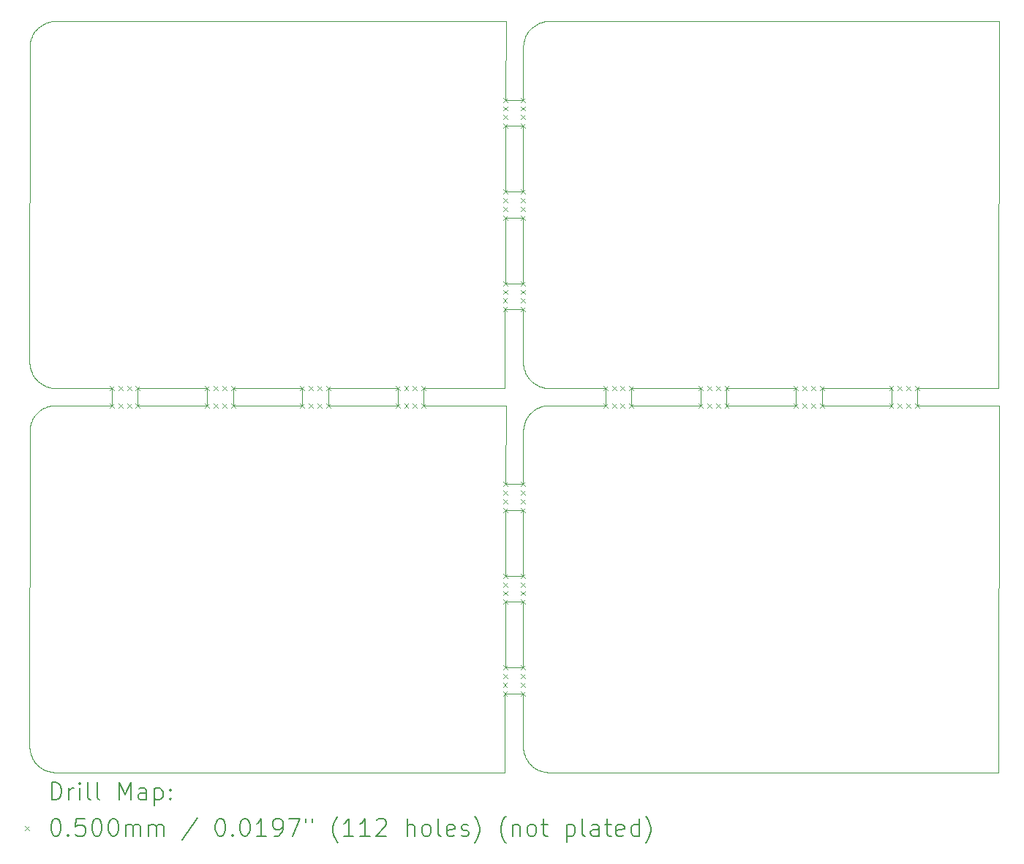
<source format=gbr>
%TF.GenerationSoftware,KiCad,Pcbnew,7.0.9*%
%TF.CreationDate,2024-06-08T21:45:46-04:00*%
%TF.ProjectId,V2 Loop Panel,5632204c-6f6f-4702-9050-616e656c2e6b,rev?*%
%TF.SameCoordinates,Original*%
%TF.FileFunction,Drillmap*%
%TF.FilePolarity,Positive*%
%FSLAX45Y45*%
G04 Gerber Fmt 4.5, Leading zero omitted, Abs format (unit mm)*
G04 Created by KiCad (PCBNEW 7.0.9) date 2024-06-08 21:45:46*
%MOMM*%
%LPD*%
G01*
G04 APERTURE LIST*
%ADD10C,0.100000*%
%ADD11C,0.200000*%
G04 APERTURE END LIST*
D10*
X9256455Y-6057883D02*
X9262486Y-6072444D01*
X14850100Y-7663800D02*
X14950780Y-7663800D01*
X9304356Y-2111204D02*
X9294795Y-2123664D01*
X15251040Y-10702080D02*
X20451040Y-10701040D01*
X20463540Y-6451040D02*
X19510832Y-6451040D01*
X14983738Y-6614843D02*
X14976976Y-6629019D01*
X15114842Y-2032698D02*
X15101040Y-2040192D01*
X14850100Y-2912760D02*
X14849900Y-2912760D01*
X15235284Y-10701667D02*
X15251040Y-10702080D01*
X9490407Y-10698373D02*
X9506033Y-10700431D01*
X14849900Y-9489320D02*
X14741064Y-9489320D01*
X15902708Y-6250909D02*
X15902708Y-6350990D01*
X15062244Y-6517896D02*
X15050300Y-6528096D01*
X15028096Y-2099261D02*
X15017896Y-2111204D01*
X18108124Y-6350990D02*
X18108124Y-6351190D01*
X9348050Y-10634992D02*
X9360553Y-10644586D01*
X14951040Y-6751040D02*
X14950865Y-7363800D01*
X12394584Y-6451040D02*
X11591876Y-6451040D01*
X9444474Y-6236306D02*
X9459585Y-6240782D01*
X9238109Y-10432507D02*
X9240167Y-10448133D01*
X14969995Y-10508923D02*
X14976026Y-10523484D01*
X9324633Y-10613907D02*
X9336065Y-10624756D01*
X14950562Y-8426560D02*
X14850100Y-8426560D01*
X9303548Y-6139450D02*
X9313784Y-6151435D01*
X9251194Y-10494066D02*
X9256455Y-10508923D01*
X14998566Y-10564998D02*
X15007493Y-10577987D01*
X11591876Y-6350990D02*
X11591876Y-6250629D01*
X14998566Y-6113958D02*
X15007493Y-6126947D01*
X9285899Y-2136608D02*
X9277692Y-2150000D01*
X14991232Y-2150000D02*
X14983738Y-2163803D01*
X9270198Y-6614843D02*
X9263436Y-6629019D01*
X14746433Y-7663800D02*
X14849900Y-7663800D01*
X15143529Y-2019926D02*
X15129019Y-2025936D01*
X14741064Y-9489320D02*
X14743307Y-8726560D01*
X10189168Y-6451040D02*
X9537500Y-6451040D01*
X9276792Y-10551560D02*
X9285027Y-10564998D01*
X13497292Y-6351190D02*
X13497292Y-6451040D01*
X17305416Y-6350990D02*
X17305416Y-6250629D01*
X9336761Y-2077056D02*
X9325368Y-2087868D01*
X15114370Y-6218228D02*
X15128596Y-6225013D01*
X15173125Y-6240782D02*
X15188450Y-6244461D01*
X17305416Y-6351190D02*
X17305416Y-6350990D01*
X14954733Y-6704109D02*
X14952683Y-6719681D01*
X9237500Y-2300000D02*
X9236460Y-5950000D01*
X9537500Y-2000000D02*
X9521799Y-2000411D01*
X11291876Y-6350990D02*
X11291876Y-6351190D01*
X14954733Y-2253070D02*
X14952683Y-2268641D01*
X14961262Y-2222354D02*
X14957595Y-2237626D01*
X13797292Y-6250188D02*
X14737500Y-6250000D01*
X15017088Y-6139450D02*
X15027324Y-6151435D01*
X9348704Y-6517896D02*
X9336761Y-6528096D01*
X14850100Y-7363800D02*
X14849900Y-7363800D01*
X15074093Y-10644586D02*
X15087082Y-10653513D01*
X14737500Y-6250000D02*
X14740182Y-5338280D01*
X15902708Y-6451040D02*
X15251040Y-6451040D01*
X15219572Y-6249391D02*
X15235284Y-6250627D01*
X9537500Y-6251040D02*
X10189168Y-6250909D01*
X14950412Y-10416795D02*
X14951649Y-10432507D01*
X14956578Y-6012590D02*
X14960258Y-6027915D01*
X9490570Y-6454733D02*
X9475126Y-6457595D01*
X15188666Y-6457595D02*
X15173394Y-6461262D01*
X13797292Y-6351190D02*
X13797292Y-6350990D01*
X16202708Y-6451040D02*
X16202708Y-6351190D01*
X14951451Y-6735339D02*
X14951040Y-6751040D01*
X14953706Y-5997093D02*
X14956578Y-6012590D01*
X14747315Y-2912760D02*
X14750000Y-2000000D01*
X15087648Y-6499439D02*
X15074704Y-6508335D01*
X9475126Y-6457595D02*
X9459854Y-6461262D01*
X9360553Y-6193546D02*
X9373542Y-6202473D01*
X14964734Y-10494066D02*
X14969995Y-10508923D01*
X15038908Y-6538908D02*
X15028096Y-6550301D01*
X9262486Y-10523484D02*
X9269272Y-10537709D01*
X9236873Y-5965755D02*
X9238109Y-5981467D01*
X15101040Y-6491232D02*
X15087648Y-6499439D01*
X9247722Y-2222354D02*
X9244056Y-2237626D01*
X14849900Y-9789320D02*
X14850100Y-9789320D01*
X14849900Y-3975520D02*
X14744190Y-3975520D01*
X14750000Y-6451040D02*
X13797292Y-6451040D01*
X9537500Y-10702080D02*
X14737500Y-10701040D01*
X9415479Y-2025936D02*
X9401303Y-2032698D01*
X12394584Y-6250468D02*
X12394584Y-6350990D01*
X14951451Y-2284299D02*
X14951040Y-2300000D01*
X9459854Y-2010222D02*
X9444795Y-2014683D01*
X14744190Y-8426560D02*
X14746433Y-7663800D01*
X9474910Y-6244461D02*
X9490407Y-6247333D01*
X9400831Y-10669268D02*
X9415056Y-10676053D01*
X14970965Y-6643529D02*
X14965723Y-6658335D01*
X13497292Y-6250248D02*
X13497292Y-6350990D01*
X14740182Y-5338280D02*
X14849900Y-5338280D01*
X12394584Y-6351190D02*
X12394584Y-6451040D01*
X15188450Y-6244461D02*
X15203947Y-6247333D01*
X15143529Y-6470966D02*
X15129019Y-6476976D01*
X15128596Y-10676053D02*
X15143157Y-10682085D01*
X14950260Y-5038280D02*
X14850100Y-5038280D01*
X14976976Y-2177979D02*
X14970965Y-2192490D01*
X15062244Y-2066856D02*
X15050300Y-2077056D01*
X9303548Y-10590490D02*
X9313784Y-10602475D01*
X14950000Y-10401040D02*
X14950412Y-10416795D01*
X15007493Y-10577987D02*
X15017088Y-10590490D01*
X14950260Y-9489320D02*
X14850100Y-9489320D01*
X9506033Y-6249391D02*
X9521745Y-6250627D01*
X9374108Y-2048399D02*
X9361164Y-2057295D01*
X9324633Y-6162867D02*
X9336065Y-6173716D01*
X9387500Y-2040192D02*
X9374108Y-2048399D01*
X10489168Y-6350990D02*
X10489168Y-6250849D01*
X9251194Y-6043026D02*
X9256455Y-6057883D01*
X9348050Y-6183952D02*
X9360553Y-6193546D01*
X9241193Y-2253070D02*
X9239143Y-2268641D01*
X9444474Y-10687346D02*
X9459585Y-10691822D01*
X14850100Y-8426560D02*
X14849900Y-8426560D01*
X15027324Y-10602475D02*
X15038172Y-10613907D01*
X18408124Y-6350990D02*
X18408124Y-6250408D01*
X15203947Y-10698373D02*
X15219572Y-10700431D01*
X9293954Y-6126947D02*
X9303548Y-6139450D01*
X14950865Y-7363800D02*
X14850100Y-7363800D01*
X12694584Y-6250408D02*
X13497292Y-6250248D01*
X9257426Y-2192490D02*
X9252183Y-2207295D01*
X9373542Y-10653513D02*
X9386980Y-10661748D01*
X19210832Y-6351190D02*
X19210832Y-6451040D01*
X9313784Y-6151435D02*
X9324633Y-6162867D01*
X18408124Y-6451040D02*
X18408124Y-6351190D01*
X14970965Y-2192490D02*
X14965723Y-2207295D01*
X14950412Y-5965755D02*
X14951649Y-5981467D01*
X9415056Y-10676053D02*
X9429617Y-10682085D01*
X15050300Y-6528096D02*
X15038908Y-6538908D01*
X15049605Y-10624756D02*
X15061589Y-10634992D01*
X15251040Y-2000000D02*
X15235339Y-2000411D01*
X15902708Y-6351190D02*
X15902708Y-6451040D01*
X15251040Y-6251040D02*
X15902708Y-6250909D01*
X9313784Y-10602475D02*
X9324633Y-10613907D01*
X9429617Y-6231045D02*
X9444474Y-6236306D01*
X9459585Y-6240782D02*
X9474910Y-6244461D01*
X20451040Y-10701040D02*
X20463540Y-6451040D01*
X14950780Y-7663800D02*
X14950562Y-8426560D01*
X12694584Y-6451040D02*
X12694584Y-6351190D01*
X15038172Y-10613907D02*
X15049605Y-10624756D01*
X14990332Y-10551560D02*
X14998566Y-10564998D01*
X19510832Y-6351190D02*
X19510832Y-6350990D01*
X14990332Y-6100520D02*
X14998566Y-6113958D01*
X15219681Y-6452683D02*
X15204109Y-6454733D01*
X15188450Y-10695501D02*
X15203947Y-10698373D01*
X11291876Y-6451040D02*
X10489168Y-6451040D01*
X15017896Y-2111204D02*
X15008335Y-2123664D01*
X9252183Y-6658335D02*
X9247722Y-6673394D01*
X15074704Y-2057295D02*
X15062244Y-2066856D01*
X15902708Y-6350990D02*
X15902708Y-6351190D01*
X10489168Y-6250849D02*
X11291876Y-6250689D01*
X9269272Y-10537709D02*
X9276792Y-10551560D01*
X14746433Y-3212760D02*
X14849900Y-3212760D01*
X15128596Y-6225013D02*
X15143157Y-6231045D01*
X18108124Y-6451040D02*
X17305416Y-6451040D01*
X9360553Y-10644586D02*
X9373542Y-10653513D01*
X15129019Y-6476976D02*
X15114842Y-6483738D01*
X18108124Y-6351190D02*
X18108124Y-6451040D01*
X14950174Y-5338280D02*
X14950000Y-5950000D01*
X14953706Y-10448133D02*
X14956578Y-10463630D01*
X9252183Y-2207295D02*
X9247722Y-2222354D01*
X14850100Y-9789320D02*
X14950174Y-9789320D01*
X14969995Y-6057883D02*
X14976026Y-6072444D01*
X15027324Y-6151435D02*
X15038172Y-6162867D01*
X9237500Y-6751040D02*
X9236460Y-10401040D01*
X19510832Y-6451040D02*
X19510832Y-6351190D01*
X12694584Y-6350990D02*
X12694584Y-6250408D01*
X16202708Y-6350990D02*
X16202708Y-6250849D01*
X9277692Y-6601040D02*
X9270198Y-6614843D01*
X15087082Y-6202473D02*
X15100520Y-6210708D01*
X9270198Y-2163803D02*
X9263436Y-2177979D01*
X9294795Y-6574704D02*
X9285899Y-6587648D01*
X10189168Y-6351190D02*
X10189168Y-6451040D01*
X13797292Y-6350990D02*
X13797292Y-6250188D01*
X9263436Y-6629019D02*
X9257426Y-6643529D01*
X9374108Y-6499439D02*
X9361164Y-6508335D01*
X14850100Y-3975520D02*
X14849900Y-3975520D01*
X14849900Y-7663800D02*
X14850100Y-7663800D01*
X9246718Y-6027915D02*
X9251194Y-6043026D01*
X14951649Y-10432507D02*
X14953706Y-10448133D01*
X15017088Y-10590490D02*
X15027324Y-10602475D01*
X9240167Y-10448133D02*
X9243039Y-10463630D01*
X9429990Y-2019926D02*
X9415479Y-2025936D01*
X9506141Y-2001643D02*
X9490570Y-2003693D01*
X15074704Y-6508335D02*
X15062244Y-6517896D01*
X9387500Y-6491232D02*
X9374108Y-6499439D01*
X14743307Y-4275520D02*
X14849900Y-4275520D01*
X9314556Y-6550301D02*
X9304356Y-6562244D01*
X14976026Y-10523484D02*
X14982811Y-10537709D01*
X15251040Y-6451040D02*
X15235339Y-6451451D01*
X11591876Y-6351190D02*
X11591876Y-6350990D01*
X17305416Y-6451040D02*
X17305416Y-6351190D01*
X15050300Y-2077056D02*
X15038908Y-2087868D01*
X9429990Y-6470966D02*
X9415479Y-6476976D01*
X14747315Y-7363800D02*
X14750000Y-6451040D01*
X14951649Y-5981467D02*
X14953706Y-5997093D01*
X15204109Y-2003693D02*
X15188666Y-2006556D01*
X14850100Y-4275520D02*
X14950477Y-4275520D01*
X9361164Y-6508335D02*
X9348704Y-6517896D01*
X9244056Y-6688666D02*
X9241193Y-6704109D01*
X15173394Y-2010222D02*
X15158335Y-2014683D01*
X15114842Y-6483738D02*
X15101040Y-6491232D01*
X15219572Y-10700431D02*
X15235284Y-10701667D01*
X11291876Y-6250689D02*
X11291876Y-6350990D01*
X9236460Y-5950000D02*
X9236873Y-5965755D01*
X9386980Y-6210708D02*
X9400831Y-6218228D01*
X9247722Y-6673394D02*
X9244056Y-6688666D01*
X15173394Y-6461262D02*
X15158335Y-6465723D01*
X9490570Y-2003693D02*
X9475126Y-2006556D01*
X10489168Y-6451040D02*
X10489168Y-6351190D01*
X15203947Y-6247333D02*
X15219572Y-6249391D01*
X14951040Y-2300000D02*
X14950865Y-2912760D01*
X20463540Y-2000000D02*
X15251040Y-2000000D01*
X14965723Y-2207295D02*
X14961262Y-2222354D01*
X15038172Y-6162867D02*
X15049605Y-6173716D01*
X15017896Y-6562244D02*
X15008335Y-6574704D01*
X14999438Y-6587648D02*
X14991232Y-6601040D01*
X16202708Y-6250849D02*
X17005416Y-6250689D01*
X14950174Y-9789320D02*
X14950000Y-10401040D01*
X9401303Y-6483738D02*
X9387500Y-6491232D01*
X14956578Y-10463630D02*
X14960258Y-10478955D01*
X10189168Y-6250909D02*
X10189168Y-6350990D01*
X14849900Y-3212760D02*
X14850100Y-3212760D01*
X14960258Y-10478955D02*
X14964734Y-10494066D01*
X12694584Y-6351190D02*
X12694584Y-6350990D01*
X19210832Y-6451040D02*
X18408124Y-6451040D01*
X15049605Y-6173716D02*
X15061589Y-6183952D01*
X9257426Y-6643529D02*
X9252183Y-6658335D01*
X9336065Y-6173716D02*
X9348050Y-6183952D01*
X18408124Y-6250408D02*
X19210832Y-6250248D01*
X17005416Y-6250689D02*
X17005416Y-6350990D01*
X18408124Y-6351190D02*
X18408124Y-6350990D01*
X14850100Y-9489320D02*
X14849900Y-9489320D01*
X14741064Y-5038280D02*
X14743307Y-4275520D01*
X9285027Y-6113958D02*
X9293954Y-6126947D01*
X13497292Y-6451040D02*
X12694584Y-6451040D01*
X14982811Y-10537709D02*
X14990332Y-10551560D01*
X15219681Y-2001643D02*
X15204109Y-2003693D01*
X14850100Y-5338280D02*
X14950174Y-5338280D01*
X9415479Y-6476976D02*
X9401303Y-6483738D01*
X14849900Y-8726560D02*
X14850100Y-8726560D01*
X19510832Y-6250188D02*
X20451040Y-6250000D01*
X15143157Y-10682085D02*
X15158013Y-10687346D01*
X9459585Y-10691822D02*
X9474910Y-10695501D01*
X9429617Y-10682085D02*
X9444474Y-10687346D01*
X9336761Y-6528096D02*
X9325368Y-6538908D01*
X15100520Y-6210708D02*
X15114370Y-6218228D01*
X20451040Y-6250000D02*
X20463540Y-2000000D01*
X14950780Y-3212760D02*
X14950562Y-3975520D01*
X9269272Y-6086669D02*
X9276792Y-6100520D01*
X9521799Y-6451451D02*
X9506141Y-6452683D01*
X15061589Y-6183952D02*
X15074093Y-6193546D01*
X14744190Y-3975520D02*
X14746433Y-3212760D01*
X11591876Y-6250629D02*
X12394584Y-6250468D01*
X9277692Y-2150000D02*
X9270198Y-2163803D01*
X14957595Y-6688666D02*
X14954733Y-6704109D01*
X9240167Y-5997093D02*
X9243039Y-6012590D01*
X9325368Y-2087868D02*
X9314556Y-2099261D01*
X9243039Y-6012590D02*
X9246718Y-6027915D01*
X18108124Y-6250468D02*
X18108124Y-6350990D01*
X9294795Y-2123664D02*
X9285899Y-2136608D01*
X9325368Y-6538908D02*
X9314556Y-6550301D01*
X15173125Y-10691822D02*
X15188450Y-10695501D01*
X14957595Y-2237626D02*
X14954733Y-2253070D01*
X14952683Y-2268641D02*
X14951451Y-2284299D01*
X9336065Y-10624756D02*
X9348050Y-10634992D01*
X9262486Y-6072444D02*
X9269272Y-6086669D01*
X19510832Y-6350990D02*
X19510832Y-6250188D01*
X17005416Y-6451040D02*
X16202708Y-6451040D01*
X15074093Y-6193546D02*
X15087082Y-6202473D01*
X9444795Y-2014683D02*
X9429990Y-2019926D01*
X9239143Y-6719681D02*
X9237911Y-6735339D01*
X15158335Y-2014683D02*
X15143529Y-2019926D01*
X17305416Y-6250629D02*
X18108124Y-6250468D01*
X14850100Y-5038280D02*
X14849900Y-5038280D01*
X9285027Y-10564998D02*
X9293954Y-10577987D01*
X14850100Y-3212760D02*
X14950780Y-3212760D01*
X9444795Y-6465723D02*
X9429990Y-6470966D01*
X19210832Y-6250248D02*
X19210832Y-6350990D01*
X9506141Y-6452683D02*
X9490570Y-6454733D01*
X9386980Y-10661748D02*
X9400831Y-10669268D01*
X15087082Y-10653513D02*
X15100520Y-10661748D01*
X13497292Y-6350990D02*
X13497292Y-6351190D01*
X9276792Y-6100520D02*
X9285027Y-6113958D01*
X14849900Y-7363800D02*
X14747315Y-7363800D01*
X9244056Y-2237626D02*
X9241193Y-2253070D01*
X14960258Y-6027915D02*
X14964734Y-6043026D01*
X9373542Y-6202473D02*
X9386980Y-6210708D01*
X14849900Y-8426560D02*
X14744190Y-8426560D01*
X9415056Y-6225013D02*
X9429617Y-6231045D01*
X9239143Y-2268641D02*
X9237911Y-2284299D01*
X9521745Y-10701667D02*
X9537500Y-10702080D01*
X14849900Y-4275520D02*
X14850100Y-4275520D01*
X9314556Y-2099261D02*
X9304356Y-2111204D01*
X14983738Y-2163803D02*
X14976976Y-2177979D01*
X9293954Y-10577987D02*
X9303548Y-10590490D01*
X14849900Y-5338280D02*
X14850100Y-5338280D01*
X9537500Y-6451040D02*
X9521799Y-6451451D01*
X15235339Y-6451451D02*
X15219681Y-6452683D01*
X9238109Y-5981467D02*
X9240167Y-5997093D01*
X9236460Y-10401040D02*
X9236873Y-10416795D01*
X14849900Y-2912760D02*
X14747315Y-2912760D01*
X9285899Y-6587648D02*
X9277692Y-6601040D01*
X9246718Y-10478955D02*
X9251194Y-10494066D01*
X11291876Y-6351190D02*
X11291876Y-6451040D01*
X14976026Y-6072444D02*
X14982811Y-6086669D01*
X9400831Y-6218228D02*
X9415056Y-6225013D01*
X14976976Y-6629019D02*
X14970965Y-6643529D01*
X14950000Y-5950000D02*
X14950412Y-5965755D01*
X9241193Y-6704109D02*
X9239143Y-6719681D01*
X15008335Y-6574704D02*
X14999438Y-6587648D01*
X14982811Y-6086669D02*
X14990332Y-6100520D01*
X13797292Y-6451040D02*
X13797292Y-6351190D01*
X15158013Y-10687346D02*
X15173125Y-10691822D01*
X10189168Y-6350990D02*
X10189168Y-6351190D01*
X14950477Y-4275520D02*
X14950260Y-5038280D01*
X14950477Y-8726560D02*
X14950260Y-9489320D01*
X9243039Y-10463630D02*
X9246718Y-10478955D01*
X17005416Y-6351190D02*
X17005416Y-6451040D01*
X9475126Y-2006556D02*
X9459854Y-2010222D01*
X9237911Y-6735339D02*
X9237500Y-6751040D01*
X9361164Y-2057295D02*
X9348704Y-2066856D01*
X9401303Y-2032698D02*
X9387500Y-2040192D01*
X14849900Y-5038280D02*
X14741064Y-5038280D01*
X10489168Y-6351190D02*
X10489168Y-6350990D01*
X9263436Y-2177979D02*
X9257426Y-2192490D01*
X14965723Y-6658335D02*
X14961262Y-6673394D01*
X9490407Y-6247333D02*
X9506033Y-6249391D01*
X14991232Y-6601040D02*
X14983738Y-6614843D01*
X15100520Y-10661748D02*
X15114370Y-10669268D01*
X14737500Y-10701040D02*
X14740182Y-9789320D01*
X9459854Y-6461262D02*
X9444795Y-6465723D01*
X12394584Y-6350990D02*
X12394584Y-6351190D01*
X15007493Y-6126947D02*
X15017088Y-6139450D01*
X9304356Y-6562244D02*
X9294795Y-6574704D01*
X9237911Y-2284299D02*
X9237500Y-2300000D01*
X17005416Y-6350990D02*
X17005416Y-6351190D01*
X15188666Y-2006556D02*
X15173394Y-2010222D01*
X19210832Y-6350990D02*
X19210832Y-6351190D01*
X9521745Y-6250627D02*
X9537500Y-6251040D01*
X14999438Y-2136608D02*
X14991232Y-2150000D01*
X15028096Y-6550301D02*
X15017896Y-6562244D01*
X9236873Y-10416795D02*
X9238109Y-10432507D01*
X14743307Y-8726560D02*
X14849900Y-8726560D01*
X9474910Y-10695501D02*
X9490407Y-10698373D01*
X15143157Y-6231045D02*
X15158013Y-6236306D01*
X14950865Y-2912760D02*
X14850100Y-2912760D01*
X11591876Y-6451040D02*
X11591876Y-6351190D01*
X16202708Y-6351190D02*
X16202708Y-6350990D01*
X9256455Y-10508923D02*
X9262486Y-10523484D01*
X9521799Y-2000411D02*
X9506141Y-2001643D01*
X15008335Y-2123664D02*
X14999438Y-2136608D01*
X9348704Y-2066856D02*
X9336761Y-2077056D01*
X15235339Y-2000411D02*
X15219681Y-2001643D01*
X15204109Y-6454733D02*
X15188666Y-6457595D01*
X14961262Y-6673394D02*
X14957595Y-6688666D01*
X15158335Y-6465723D02*
X15143529Y-6470966D01*
X15101040Y-2040192D02*
X15087648Y-2048399D01*
X14740182Y-9789320D02*
X14849900Y-9789320D01*
X15061589Y-10634992D02*
X15074093Y-10644586D01*
X15038908Y-2087868D02*
X15028096Y-2099261D01*
X15114370Y-10669268D02*
X15128596Y-10676053D01*
X14952683Y-6719681D02*
X14951451Y-6735339D01*
X14950562Y-3975520D02*
X14850100Y-3975520D01*
X9506033Y-10700431D02*
X9521745Y-10701667D01*
X14964734Y-6043026D02*
X14969995Y-6057883D01*
X14850100Y-8726560D02*
X14950477Y-8726560D01*
X15235284Y-6250627D02*
X15251040Y-6251040D01*
X15087648Y-2048399D02*
X15074704Y-2057295D01*
X14750000Y-2000000D02*
X9537500Y-2000000D01*
X15129019Y-2025936D02*
X15114842Y-2032698D01*
X15158013Y-6236306D02*
X15173125Y-6240782D01*
D11*
D10*
X10164168Y-6225909D02*
X10214168Y-6275909D01*
X10214168Y-6225909D02*
X10164168Y-6275909D01*
X10164168Y-6426040D02*
X10214168Y-6476040D01*
X10214168Y-6426040D02*
X10164168Y-6476040D01*
X10264168Y-6225889D02*
X10314168Y-6275889D01*
X10314168Y-6225889D02*
X10264168Y-6275889D01*
X10264168Y-6426040D02*
X10314168Y-6476040D01*
X10314168Y-6426040D02*
X10264168Y-6476040D01*
X10364168Y-6225869D02*
X10414168Y-6275869D01*
X10414168Y-6225869D02*
X10364168Y-6275869D01*
X10364168Y-6426040D02*
X10414168Y-6476040D01*
X10414168Y-6426040D02*
X10364168Y-6476040D01*
X10464168Y-6225849D02*
X10514168Y-6275849D01*
X10514168Y-6225849D02*
X10464168Y-6275849D01*
X10464168Y-6426040D02*
X10514168Y-6476040D01*
X10514168Y-6426040D02*
X10464168Y-6476040D01*
X11266876Y-6225689D02*
X11316876Y-6275689D01*
X11316876Y-6225689D02*
X11266876Y-6275689D01*
X11266876Y-6426040D02*
X11316876Y-6476040D01*
X11316876Y-6426040D02*
X11266876Y-6476040D01*
X11366876Y-6225669D02*
X11416876Y-6275669D01*
X11416876Y-6225669D02*
X11366876Y-6275669D01*
X11366876Y-6426040D02*
X11416876Y-6476040D01*
X11416876Y-6426040D02*
X11366876Y-6476040D01*
X11466876Y-6225649D02*
X11516876Y-6275649D01*
X11516876Y-6225649D02*
X11466876Y-6275649D01*
X11466876Y-6426040D02*
X11516876Y-6476040D01*
X11516876Y-6426040D02*
X11466876Y-6476040D01*
X11566876Y-6225629D02*
X11616876Y-6275629D01*
X11616876Y-6225629D02*
X11566876Y-6275629D01*
X11566876Y-6426040D02*
X11616876Y-6476040D01*
X11616876Y-6426040D02*
X11566876Y-6476040D01*
X12369584Y-6225468D02*
X12419584Y-6275468D01*
X12419584Y-6225468D02*
X12369584Y-6275468D01*
X12369584Y-6426040D02*
X12419584Y-6476040D01*
X12419584Y-6426040D02*
X12369584Y-6476040D01*
X12469584Y-6225448D02*
X12519584Y-6275448D01*
X12519584Y-6225448D02*
X12469584Y-6275448D01*
X12469584Y-6426040D02*
X12519584Y-6476040D01*
X12519584Y-6426040D02*
X12469584Y-6476040D01*
X12569584Y-6225428D02*
X12619584Y-6275428D01*
X12619584Y-6225428D02*
X12569584Y-6275428D01*
X12569584Y-6426040D02*
X12619584Y-6476040D01*
X12619584Y-6426040D02*
X12569584Y-6476040D01*
X12669584Y-6225408D02*
X12719584Y-6275408D01*
X12719584Y-6225408D02*
X12669584Y-6275408D01*
X12669584Y-6426040D02*
X12719584Y-6476040D01*
X12719584Y-6426040D02*
X12669584Y-6476040D01*
X13472292Y-6225248D02*
X13522292Y-6275248D01*
X13522292Y-6225248D02*
X13472292Y-6275248D01*
X13472292Y-6426040D02*
X13522292Y-6476040D01*
X13522292Y-6426040D02*
X13472292Y-6476040D01*
X13572292Y-6225228D02*
X13622292Y-6275228D01*
X13622292Y-6225228D02*
X13572292Y-6275228D01*
X13572292Y-6426040D02*
X13622292Y-6476040D01*
X13622292Y-6426040D02*
X13572292Y-6476040D01*
X13672292Y-6225208D02*
X13722292Y-6275208D01*
X13722292Y-6225208D02*
X13672292Y-6275208D01*
X13672292Y-6426040D02*
X13722292Y-6476040D01*
X13722292Y-6426040D02*
X13672292Y-6476040D01*
X13772292Y-6225188D02*
X13822292Y-6275188D01*
X13822292Y-6225188D02*
X13772292Y-6275188D01*
X13772292Y-6426040D02*
X13822292Y-6476040D01*
X13822292Y-6426040D02*
X13772292Y-6476040D01*
X14715182Y-5313280D02*
X14765182Y-5363280D01*
X14765182Y-5313280D02*
X14715182Y-5363280D01*
X14715182Y-9764320D02*
X14765182Y-9814320D01*
X14765182Y-9764320D02*
X14715182Y-9814320D01*
X14715476Y-5213280D02*
X14765476Y-5263280D01*
X14765476Y-5213280D02*
X14715476Y-5263280D01*
X14715476Y-9664320D02*
X14765476Y-9714320D01*
X14765476Y-9664320D02*
X14715476Y-9714320D01*
X14715770Y-5113280D02*
X14765770Y-5163280D01*
X14765770Y-5113280D02*
X14715770Y-5163280D01*
X14715770Y-9564320D02*
X14765770Y-9614320D01*
X14765770Y-9564320D02*
X14715770Y-9614320D01*
X14716064Y-5013280D02*
X14766064Y-5063280D01*
X14766064Y-5013280D02*
X14716064Y-5063280D01*
X14716064Y-9464320D02*
X14766064Y-9514320D01*
X14766064Y-9464320D02*
X14716064Y-9514320D01*
X14718307Y-4250520D02*
X14768307Y-4300520D01*
X14768307Y-4250520D02*
X14718307Y-4300520D01*
X14718307Y-8701560D02*
X14768307Y-8751560D01*
X14768307Y-8701560D02*
X14718307Y-8751560D01*
X14718601Y-4150520D02*
X14768601Y-4200520D01*
X14768601Y-4150520D02*
X14718601Y-4200520D01*
X14718601Y-8601560D02*
X14768601Y-8651560D01*
X14768601Y-8601560D02*
X14718601Y-8651560D01*
X14718895Y-4050520D02*
X14768895Y-4100520D01*
X14768895Y-4050520D02*
X14718895Y-4100520D01*
X14718895Y-8501560D02*
X14768895Y-8551560D01*
X14768895Y-8501560D02*
X14718895Y-8551560D01*
X14719190Y-3950520D02*
X14769190Y-4000520D01*
X14769190Y-3950520D02*
X14719190Y-4000520D01*
X14719190Y-8401560D02*
X14769190Y-8451560D01*
X14769190Y-8401560D02*
X14719190Y-8451560D01*
X14721433Y-3187760D02*
X14771433Y-3237760D01*
X14771433Y-3187760D02*
X14721433Y-3237760D01*
X14721433Y-7638800D02*
X14771433Y-7688800D01*
X14771433Y-7638800D02*
X14721433Y-7688800D01*
X14721727Y-3087760D02*
X14771727Y-3137760D01*
X14771727Y-3087760D02*
X14721727Y-3137760D01*
X14721727Y-7538800D02*
X14771727Y-7588800D01*
X14771727Y-7538800D02*
X14721727Y-7588800D01*
X14722021Y-2987760D02*
X14772021Y-3037760D01*
X14772021Y-2987760D02*
X14722021Y-3037760D01*
X14722021Y-7438800D02*
X14772021Y-7488800D01*
X14772021Y-7438800D02*
X14722021Y-7488800D01*
X14722315Y-2887760D02*
X14772315Y-2937760D01*
X14772315Y-2887760D02*
X14722315Y-2937760D01*
X14722315Y-7338800D02*
X14772315Y-7388800D01*
X14772315Y-7338800D02*
X14722315Y-7388800D01*
X14925174Y-5313280D02*
X14975174Y-5363280D01*
X14975174Y-5313280D02*
X14925174Y-5363280D01*
X14925174Y-9764320D02*
X14975174Y-9814320D01*
X14975174Y-9764320D02*
X14925174Y-9814320D01*
X14925203Y-5213280D02*
X14975203Y-5263280D01*
X14975203Y-5213280D02*
X14925203Y-5263280D01*
X14925203Y-9664320D02*
X14975203Y-9714320D01*
X14975203Y-9664320D02*
X14925203Y-9714320D01*
X14925231Y-5113280D02*
X14975231Y-5163280D01*
X14975231Y-5113280D02*
X14925231Y-5163280D01*
X14925231Y-9564320D02*
X14975231Y-9614320D01*
X14975231Y-9564320D02*
X14925231Y-9614320D01*
X14925260Y-5013280D02*
X14975260Y-5063280D01*
X14975260Y-5013280D02*
X14925260Y-5063280D01*
X14925260Y-9464320D02*
X14975260Y-9514320D01*
X14975260Y-9464320D02*
X14925260Y-9514320D01*
X14925477Y-4250520D02*
X14975477Y-4300520D01*
X14975477Y-4250520D02*
X14925477Y-4300520D01*
X14925477Y-8701560D02*
X14975477Y-8751560D01*
X14975477Y-8701560D02*
X14925477Y-8751560D01*
X14925505Y-4150520D02*
X14975505Y-4200520D01*
X14975505Y-4150520D02*
X14925505Y-4200520D01*
X14925505Y-8601560D02*
X14975505Y-8651560D01*
X14975505Y-8601560D02*
X14925505Y-8651560D01*
X14925534Y-4050520D02*
X14975534Y-4100520D01*
X14975534Y-4050520D02*
X14925534Y-4100520D01*
X14925534Y-8501560D02*
X14975534Y-8551560D01*
X14975534Y-8501560D02*
X14925534Y-8551560D01*
X14925562Y-3950520D02*
X14975562Y-4000520D01*
X14975562Y-3950520D02*
X14925562Y-4000520D01*
X14925562Y-8401560D02*
X14975562Y-8451560D01*
X14975562Y-8401560D02*
X14925562Y-8451560D01*
X14925780Y-3187760D02*
X14975780Y-3237760D01*
X14975780Y-3187760D02*
X14925780Y-3237760D01*
X14925780Y-7638800D02*
X14975780Y-7688800D01*
X14975780Y-7638800D02*
X14925780Y-7688800D01*
X14925808Y-3087760D02*
X14975808Y-3137760D01*
X14975808Y-3087760D02*
X14925808Y-3137760D01*
X14925808Y-7538800D02*
X14975808Y-7588800D01*
X14975808Y-7538800D02*
X14925808Y-7588800D01*
X14925837Y-2987760D02*
X14975837Y-3037760D01*
X14975837Y-2987760D02*
X14925837Y-3037760D01*
X14925837Y-7438800D02*
X14975837Y-7488800D01*
X14975837Y-7438800D02*
X14925837Y-7488800D01*
X14925865Y-2887760D02*
X14975865Y-2937760D01*
X14975865Y-2887760D02*
X14925865Y-2937760D01*
X14925865Y-7338800D02*
X14975865Y-7388800D01*
X14975865Y-7338800D02*
X14925865Y-7388800D01*
X15877708Y-6225909D02*
X15927708Y-6275909D01*
X15927708Y-6225909D02*
X15877708Y-6275909D01*
X15877708Y-6426040D02*
X15927708Y-6476040D01*
X15927708Y-6426040D02*
X15877708Y-6476040D01*
X15977708Y-6225889D02*
X16027708Y-6275889D01*
X16027708Y-6225889D02*
X15977708Y-6275889D01*
X15977708Y-6426040D02*
X16027708Y-6476040D01*
X16027708Y-6426040D02*
X15977708Y-6476040D01*
X16077708Y-6225869D02*
X16127708Y-6275869D01*
X16127708Y-6225869D02*
X16077708Y-6275869D01*
X16077708Y-6426040D02*
X16127708Y-6476040D01*
X16127708Y-6426040D02*
X16077708Y-6476040D01*
X16177708Y-6225849D02*
X16227708Y-6275849D01*
X16227708Y-6225849D02*
X16177708Y-6275849D01*
X16177708Y-6426040D02*
X16227708Y-6476040D01*
X16227708Y-6426040D02*
X16177708Y-6476040D01*
X16980416Y-6225689D02*
X17030416Y-6275689D01*
X17030416Y-6225689D02*
X16980416Y-6275689D01*
X16980416Y-6426040D02*
X17030416Y-6476040D01*
X17030416Y-6426040D02*
X16980416Y-6476040D01*
X17080416Y-6225669D02*
X17130416Y-6275669D01*
X17130416Y-6225669D02*
X17080416Y-6275669D01*
X17080416Y-6426040D02*
X17130416Y-6476040D01*
X17130416Y-6426040D02*
X17080416Y-6476040D01*
X17180416Y-6225649D02*
X17230416Y-6275649D01*
X17230416Y-6225649D02*
X17180416Y-6275649D01*
X17180416Y-6426040D02*
X17230416Y-6476040D01*
X17230416Y-6426040D02*
X17180416Y-6476040D01*
X17280416Y-6225629D02*
X17330416Y-6275629D01*
X17330416Y-6225629D02*
X17280416Y-6275629D01*
X17280416Y-6426040D02*
X17330416Y-6476040D01*
X17330416Y-6426040D02*
X17280416Y-6476040D01*
X18083124Y-6225468D02*
X18133124Y-6275468D01*
X18133124Y-6225468D02*
X18083124Y-6275468D01*
X18083124Y-6426040D02*
X18133124Y-6476040D01*
X18133124Y-6426040D02*
X18083124Y-6476040D01*
X18183124Y-6225448D02*
X18233124Y-6275448D01*
X18233124Y-6225448D02*
X18183124Y-6275448D01*
X18183124Y-6426040D02*
X18233124Y-6476040D01*
X18233124Y-6426040D02*
X18183124Y-6476040D01*
X18283124Y-6225428D02*
X18333124Y-6275428D01*
X18333124Y-6225428D02*
X18283124Y-6275428D01*
X18283124Y-6426040D02*
X18333124Y-6476040D01*
X18333124Y-6426040D02*
X18283124Y-6476040D01*
X18383124Y-6225408D02*
X18433124Y-6275408D01*
X18433124Y-6225408D02*
X18383124Y-6275408D01*
X18383124Y-6426040D02*
X18433124Y-6476040D01*
X18433124Y-6426040D02*
X18383124Y-6476040D01*
X19185832Y-6225248D02*
X19235832Y-6275248D01*
X19235832Y-6225248D02*
X19185832Y-6275248D01*
X19185832Y-6426040D02*
X19235832Y-6476040D01*
X19235832Y-6426040D02*
X19185832Y-6476040D01*
X19285832Y-6225228D02*
X19335832Y-6275228D01*
X19335832Y-6225228D02*
X19285832Y-6275228D01*
X19285832Y-6426040D02*
X19335832Y-6476040D01*
X19335832Y-6426040D02*
X19285832Y-6476040D01*
X19385832Y-6225208D02*
X19435832Y-6275208D01*
X19435832Y-6225208D02*
X19385832Y-6275208D01*
X19385832Y-6426040D02*
X19435832Y-6476040D01*
X19435832Y-6426040D02*
X19385832Y-6476040D01*
X19485832Y-6225188D02*
X19535832Y-6275188D01*
X19535832Y-6225188D02*
X19485832Y-6275188D01*
X19485832Y-6426040D02*
X19535832Y-6476040D01*
X19535832Y-6426040D02*
X19485832Y-6476040D01*
D11*
X9492237Y-11018564D02*
X9492237Y-10818564D01*
X9492237Y-10818564D02*
X9539856Y-10818564D01*
X9539856Y-10818564D02*
X9568428Y-10828087D01*
X9568428Y-10828087D02*
X9587475Y-10847135D01*
X9587475Y-10847135D02*
X9596999Y-10866183D01*
X9596999Y-10866183D02*
X9606523Y-10904278D01*
X9606523Y-10904278D02*
X9606523Y-10932849D01*
X9606523Y-10932849D02*
X9596999Y-10970944D01*
X9596999Y-10970944D02*
X9587475Y-10989992D01*
X9587475Y-10989992D02*
X9568428Y-11009040D01*
X9568428Y-11009040D02*
X9539856Y-11018564D01*
X9539856Y-11018564D02*
X9492237Y-11018564D01*
X9692237Y-11018564D02*
X9692237Y-10885230D01*
X9692237Y-10923325D02*
X9701761Y-10904278D01*
X9701761Y-10904278D02*
X9711285Y-10894754D01*
X9711285Y-10894754D02*
X9730332Y-10885230D01*
X9730332Y-10885230D02*
X9749380Y-10885230D01*
X9816047Y-11018564D02*
X9816047Y-10885230D01*
X9816047Y-10818564D02*
X9806523Y-10828087D01*
X9806523Y-10828087D02*
X9816047Y-10837611D01*
X9816047Y-10837611D02*
X9825570Y-10828087D01*
X9825570Y-10828087D02*
X9816047Y-10818564D01*
X9816047Y-10818564D02*
X9816047Y-10837611D01*
X9939856Y-11018564D02*
X9920808Y-11009040D01*
X9920808Y-11009040D02*
X9911285Y-10989992D01*
X9911285Y-10989992D02*
X9911285Y-10818564D01*
X10044618Y-11018564D02*
X10025570Y-11009040D01*
X10025570Y-11009040D02*
X10016047Y-10989992D01*
X10016047Y-10989992D02*
X10016047Y-10818564D01*
X10273189Y-11018564D02*
X10273189Y-10818564D01*
X10273189Y-10818564D02*
X10339856Y-10961421D01*
X10339856Y-10961421D02*
X10406523Y-10818564D01*
X10406523Y-10818564D02*
X10406523Y-11018564D01*
X10587475Y-11018564D02*
X10587475Y-10913802D01*
X10587475Y-10913802D02*
X10577951Y-10894754D01*
X10577951Y-10894754D02*
X10558904Y-10885230D01*
X10558904Y-10885230D02*
X10520808Y-10885230D01*
X10520808Y-10885230D02*
X10501761Y-10894754D01*
X10587475Y-11009040D02*
X10568428Y-11018564D01*
X10568428Y-11018564D02*
X10520808Y-11018564D01*
X10520808Y-11018564D02*
X10501761Y-11009040D01*
X10501761Y-11009040D02*
X10492237Y-10989992D01*
X10492237Y-10989992D02*
X10492237Y-10970944D01*
X10492237Y-10970944D02*
X10501761Y-10951897D01*
X10501761Y-10951897D02*
X10520808Y-10942373D01*
X10520808Y-10942373D02*
X10568428Y-10942373D01*
X10568428Y-10942373D02*
X10587475Y-10932849D01*
X10682713Y-10885230D02*
X10682713Y-11085230D01*
X10682713Y-10894754D02*
X10701761Y-10885230D01*
X10701761Y-10885230D02*
X10739856Y-10885230D01*
X10739856Y-10885230D02*
X10758904Y-10894754D01*
X10758904Y-10894754D02*
X10768428Y-10904278D01*
X10768428Y-10904278D02*
X10777951Y-10923325D01*
X10777951Y-10923325D02*
X10777951Y-10980468D01*
X10777951Y-10980468D02*
X10768428Y-10999516D01*
X10768428Y-10999516D02*
X10758904Y-11009040D01*
X10758904Y-11009040D02*
X10739856Y-11018564D01*
X10739856Y-11018564D02*
X10701761Y-11018564D01*
X10701761Y-11018564D02*
X10682713Y-11009040D01*
X10863666Y-10999516D02*
X10873189Y-11009040D01*
X10873189Y-11009040D02*
X10863666Y-11018564D01*
X10863666Y-11018564D02*
X10854142Y-11009040D01*
X10854142Y-11009040D02*
X10863666Y-10999516D01*
X10863666Y-10999516D02*
X10863666Y-11018564D01*
X10863666Y-10894754D02*
X10873189Y-10904278D01*
X10873189Y-10904278D02*
X10863666Y-10913802D01*
X10863666Y-10913802D02*
X10854142Y-10904278D01*
X10854142Y-10904278D02*
X10863666Y-10894754D01*
X10863666Y-10894754D02*
X10863666Y-10913802D01*
D10*
X9181460Y-11322080D02*
X9231460Y-11372080D01*
X9231460Y-11322080D02*
X9181460Y-11372080D01*
D11*
X9530332Y-11238563D02*
X9549380Y-11238563D01*
X9549380Y-11238563D02*
X9568428Y-11248087D01*
X9568428Y-11248087D02*
X9577951Y-11257611D01*
X9577951Y-11257611D02*
X9587475Y-11276659D01*
X9587475Y-11276659D02*
X9596999Y-11314754D01*
X9596999Y-11314754D02*
X9596999Y-11362373D01*
X9596999Y-11362373D02*
X9587475Y-11400468D01*
X9587475Y-11400468D02*
X9577951Y-11419516D01*
X9577951Y-11419516D02*
X9568428Y-11429040D01*
X9568428Y-11429040D02*
X9549380Y-11438563D01*
X9549380Y-11438563D02*
X9530332Y-11438563D01*
X9530332Y-11438563D02*
X9511285Y-11429040D01*
X9511285Y-11429040D02*
X9501761Y-11419516D01*
X9501761Y-11419516D02*
X9492237Y-11400468D01*
X9492237Y-11400468D02*
X9482713Y-11362373D01*
X9482713Y-11362373D02*
X9482713Y-11314754D01*
X9482713Y-11314754D02*
X9492237Y-11276659D01*
X9492237Y-11276659D02*
X9501761Y-11257611D01*
X9501761Y-11257611D02*
X9511285Y-11248087D01*
X9511285Y-11248087D02*
X9530332Y-11238563D01*
X9682713Y-11419516D02*
X9692237Y-11429040D01*
X9692237Y-11429040D02*
X9682713Y-11438563D01*
X9682713Y-11438563D02*
X9673189Y-11429040D01*
X9673189Y-11429040D02*
X9682713Y-11419516D01*
X9682713Y-11419516D02*
X9682713Y-11438563D01*
X9873189Y-11238563D02*
X9777951Y-11238563D01*
X9777951Y-11238563D02*
X9768428Y-11333802D01*
X9768428Y-11333802D02*
X9777951Y-11324278D01*
X9777951Y-11324278D02*
X9796999Y-11314754D01*
X9796999Y-11314754D02*
X9844618Y-11314754D01*
X9844618Y-11314754D02*
X9863666Y-11324278D01*
X9863666Y-11324278D02*
X9873189Y-11333802D01*
X9873189Y-11333802D02*
X9882713Y-11352849D01*
X9882713Y-11352849D02*
X9882713Y-11400468D01*
X9882713Y-11400468D02*
X9873189Y-11419516D01*
X9873189Y-11419516D02*
X9863666Y-11429040D01*
X9863666Y-11429040D02*
X9844618Y-11438563D01*
X9844618Y-11438563D02*
X9796999Y-11438563D01*
X9796999Y-11438563D02*
X9777951Y-11429040D01*
X9777951Y-11429040D02*
X9768428Y-11419516D01*
X10006523Y-11238563D02*
X10025570Y-11238563D01*
X10025570Y-11238563D02*
X10044618Y-11248087D01*
X10044618Y-11248087D02*
X10054142Y-11257611D01*
X10054142Y-11257611D02*
X10063666Y-11276659D01*
X10063666Y-11276659D02*
X10073189Y-11314754D01*
X10073189Y-11314754D02*
X10073189Y-11362373D01*
X10073189Y-11362373D02*
X10063666Y-11400468D01*
X10063666Y-11400468D02*
X10054142Y-11419516D01*
X10054142Y-11419516D02*
X10044618Y-11429040D01*
X10044618Y-11429040D02*
X10025570Y-11438563D01*
X10025570Y-11438563D02*
X10006523Y-11438563D01*
X10006523Y-11438563D02*
X9987475Y-11429040D01*
X9987475Y-11429040D02*
X9977951Y-11419516D01*
X9977951Y-11419516D02*
X9968428Y-11400468D01*
X9968428Y-11400468D02*
X9958904Y-11362373D01*
X9958904Y-11362373D02*
X9958904Y-11314754D01*
X9958904Y-11314754D02*
X9968428Y-11276659D01*
X9968428Y-11276659D02*
X9977951Y-11257611D01*
X9977951Y-11257611D02*
X9987475Y-11248087D01*
X9987475Y-11248087D02*
X10006523Y-11238563D01*
X10196999Y-11238563D02*
X10216047Y-11238563D01*
X10216047Y-11238563D02*
X10235094Y-11248087D01*
X10235094Y-11248087D02*
X10244618Y-11257611D01*
X10244618Y-11257611D02*
X10254142Y-11276659D01*
X10254142Y-11276659D02*
X10263666Y-11314754D01*
X10263666Y-11314754D02*
X10263666Y-11362373D01*
X10263666Y-11362373D02*
X10254142Y-11400468D01*
X10254142Y-11400468D02*
X10244618Y-11419516D01*
X10244618Y-11419516D02*
X10235094Y-11429040D01*
X10235094Y-11429040D02*
X10216047Y-11438563D01*
X10216047Y-11438563D02*
X10196999Y-11438563D01*
X10196999Y-11438563D02*
X10177951Y-11429040D01*
X10177951Y-11429040D02*
X10168428Y-11419516D01*
X10168428Y-11419516D02*
X10158904Y-11400468D01*
X10158904Y-11400468D02*
X10149380Y-11362373D01*
X10149380Y-11362373D02*
X10149380Y-11314754D01*
X10149380Y-11314754D02*
X10158904Y-11276659D01*
X10158904Y-11276659D02*
X10168428Y-11257611D01*
X10168428Y-11257611D02*
X10177951Y-11248087D01*
X10177951Y-11248087D02*
X10196999Y-11238563D01*
X10349380Y-11438563D02*
X10349380Y-11305230D01*
X10349380Y-11324278D02*
X10358904Y-11314754D01*
X10358904Y-11314754D02*
X10377951Y-11305230D01*
X10377951Y-11305230D02*
X10406523Y-11305230D01*
X10406523Y-11305230D02*
X10425570Y-11314754D01*
X10425570Y-11314754D02*
X10435094Y-11333802D01*
X10435094Y-11333802D02*
X10435094Y-11438563D01*
X10435094Y-11333802D02*
X10444618Y-11314754D01*
X10444618Y-11314754D02*
X10463666Y-11305230D01*
X10463666Y-11305230D02*
X10492237Y-11305230D01*
X10492237Y-11305230D02*
X10511285Y-11314754D01*
X10511285Y-11314754D02*
X10520809Y-11333802D01*
X10520809Y-11333802D02*
X10520809Y-11438563D01*
X10616047Y-11438563D02*
X10616047Y-11305230D01*
X10616047Y-11324278D02*
X10625570Y-11314754D01*
X10625570Y-11314754D02*
X10644618Y-11305230D01*
X10644618Y-11305230D02*
X10673190Y-11305230D01*
X10673190Y-11305230D02*
X10692237Y-11314754D01*
X10692237Y-11314754D02*
X10701761Y-11333802D01*
X10701761Y-11333802D02*
X10701761Y-11438563D01*
X10701761Y-11333802D02*
X10711285Y-11314754D01*
X10711285Y-11314754D02*
X10730332Y-11305230D01*
X10730332Y-11305230D02*
X10758904Y-11305230D01*
X10758904Y-11305230D02*
X10777951Y-11314754D01*
X10777951Y-11314754D02*
X10787475Y-11333802D01*
X10787475Y-11333802D02*
X10787475Y-11438563D01*
X11177951Y-11229040D02*
X11006523Y-11486182D01*
X11435094Y-11238563D02*
X11454142Y-11238563D01*
X11454142Y-11238563D02*
X11473190Y-11248087D01*
X11473190Y-11248087D02*
X11482713Y-11257611D01*
X11482713Y-11257611D02*
X11492237Y-11276659D01*
X11492237Y-11276659D02*
X11501761Y-11314754D01*
X11501761Y-11314754D02*
X11501761Y-11362373D01*
X11501761Y-11362373D02*
X11492237Y-11400468D01*
X11492237Y-11400468D02*
X11482713Y-11419516D01*
X11482713Y-11419516D02*
X11473190Y-11429040D01*
X11473190Y-11429040D02*
X11454142Y-11438563D01*
X11454142Y-11438563D02*
X11435094Y-11438563D01*
X11435094Y-11438563D02*
X11416047Y-11429040D01*
X11416047Y-11429040D02*
X11406523Y-11419516D01*
X11406523Y-11419516D02*
X11396999Y-11400468D01*
X11396999Y-11400468D02*
X11387475Y-11362373D01*
X11387475Y-11362373D02*
X11387475Y-11314754D01*
X11387475Y-11314754D02*
X11396999Y-11276659D01*
X11396999Y-11276659D02*
X11406523Y-11257611D01*
X11406523Y-11257611D02*
X11416047Y-11248087D01*
X11416047Y-11248087D02*
X11435094Y-11238563D01*
X11587475Y-11419516D02*
X11596999Y-11429040D01*
X11596999Y-11429040D02*
X11587475Y-11438563D01*
X11587475Y-11438563D02*
X11577951Y-11429040D01*
X11577951Y-11429040D02*
X11587475Y-11419516D01*
X11587475Y-11419516D02*
X11587475Y-11438563D01*
X11720809Y-11238563D02*
X11739856Y-11238563D01*
X11739856Y-11238563D02*
X11758904Y-11248087D01*
X11758904Y-11248087D02*
X11768428Y-11257611D01*
X11768428Y-11257611D02*
X11777951Y-11276659D01*
X11777951Y-11276659D02*
X11787475Y-11314754D01*
X11787475Y-11314754D02*
X11787475Y-11362373D01*
X11787475Y-11362373D02*
X11777951Y-11400468D01*
X11777951Y-11400468D02*
X11768428Y-11419516D01*
X11768428Y-11419516D02*
X11758904Y-11429040D01*
X11758904Y-11429040D02*
X11739856Y-11438563D01*
X11739856Y-11438563D02*
X11720809Y-11438563D01*
X11720809Y-11438563D02*
X11701761Y-11429040D01*
X11701761Y-11429040D02*
X11692237Y-11419516D01*
X11692237Y-11419516D02*
X11682713Y-11400468D01*
X11682713Y-11400468D02*
X11673190Y-11362373D01*
X11673190Y-11362373D02*
X11673190Y-11314754D01*
X11673190Y-11314754D02*
X11682713Y-11276659D01*
X11682713Y-11276659D02*
X11692237Y-11257611D01*
X11692237Y-11257611D02*
X11701761Y-11248087D01*
X11701761Y-11248087D02*
X11720809Y-11238563D01*
X11977951Y-11438563D02*
X11863666Y-11438563D01*
X11920809Y-11438563D02*
X11920809Y-11238563D01*
X11920809Y-11238563D02*
X11901761Y-11267135D01*
X11901761Y-11267135D02*
X11882713Y-11286182D01*
X11882713Y-11286182D02*
X11863666Y-11295706D01*
X12073190Y-11438563D02*
X12111285Y-11438563D01*
X12111285Y-11438563D02*
X12130332Y-11429040D01*
X12130332Y-11429040D02*
X12139856Y-11419516D01*
X12139856Y-11419516D02*
X12158904Y-11390944D01*
X12158904Y-11390944D02*
X12168428Y-11352849D01*
X12168428Y-11352849D02*
X12168428Y-11276659D01*
X12168428Y-11276659D02*
X12158904Y-11257611D01*
X12158904Y-11257611D02*
X12149380Y-11248087D01*
X12149380Y-11248087D02*
X12130332Y-11238563D01*
X12130332Y-11238563D02*
X12092237Y-11238563D01*
X12092237Y-11238563D02*
X12073190Y-11248087D01*
X12073190Y-11248087D02*
X12063666Y-11257611D01*
X12063666Y-11257611D02*
X12054142Y-11276659D01*
X12054142Y-11276659D02*
X12054142Y-11324278D01*
X12054142Y-11324278D02*
X12063666Y-11343325D01*
X12063666Y-11343325D02*
X12073190Y-11352849D01*
X12073190Y-11352849D02*
X12092237Y-11362373D01*
X12092237Y-11362373D02*
X12130332Y-11362373D01*
X12130332Y-11362373D02*
X12149380Y-11352849D01*
X12149380Y-11352849D02*
X12158904Y-11343325D01*
X12158904Y-11343325D02*
X12168428Y-11324278D01*
X12235094Y-11238563D02*
X12368428Y-11238563D01*
X12368428Y-11238563D02*
X12282713Y-11438563D01*
X12435094Y-11238563D02*
X12435094Y-11276659D01*
X12511285Y-11238563D02*
X12511285Y-11276659D01*
X12806523Y-11514754D02*
X12796999Y-11505230D01*
X12796999Y-11505230D02*
X12777952Y-11476659D01*
X12777952Y-11476659D02*
X12768428Y-11457611D01*
X12768428Y-11457611D02*
X12758904Y-11429040D01*
X12758904Y-11429040D02*
X12749380Y-11381421D01*
X12749380Y-11381421D02*
X12749380Y-11343325D01*
X12749380Y-11343325D02*
X12758904Y-11295706D01*
X12758904Y-11295706D02*
X12768428Y-11267135D01*
X12768428Y-11267135D02*
X12777952Y-11248087D01*
X12777952Y-11248087D02*
X12796999Y-11219516D01*
X12796999Y-11219516D02*
X12806523Y-11209992D01*
X12987475Y-11438563D02*
X12873190Y-11438563D01*
X12930332Y-11438563D02*
X12930332Y-11238563D01*
X12930332Y-11238563D02*
X12911285Y-11267135D01*
X12911285Y-11267135D02*
X12892237Y-11286182D01*
X12892237Y-11286182D02*
X12873190Y-11295706D01*
X13177952Y-11438563D02*
X13063666Y-11438563D01*
X13120809Y-11438563D02*
X13120809Y-11238563D01*
X13120809Y-11238563D02*
X13101761Y-11267135D01*
X13101761Y-11267135D02*
X13082713Y-11286182D01*
X13082713Y-11286182D02*
X13063666Y-11295706D01*
X13254142Y-11257611D02*
X13263666Y-11248087D01*
X13263666Y-11248087D02*
X13282713Y-11238563D01*
X13282713Y-11238563D02*
X13330333Y-11238563D01*
X13330333Y-11238563D02*
X13349380Y-11248087D01*
X13349380Y-11248087D02*
X13358904Y-11257611D01*
X13358904Y-11257611D02*
X13368428Y-11276659D01*
X13368428Y-11276659D02*
X13368428Y-11295706D01*
X13368428Y-11295706D02*
X13358904Y-11324278D01*
X13358904Y-11324278D02*
X13244618Y-11438563D01*
X13244618Y-11438563D02*
X13368428Y-11438563D01*
X13606523Y-11438563D02*
X13606523Y-11238563D01*
X13692237Y-11438563D02*
X13692237Y-11333802D01*
X13692237Y-11333802D02*
X13682714Y-11314754D01*
X13682714Y-11314754D02*
X13663666Y-11305230D01*
X13663666Y-11305230D02*
X13635094Y-11305230D01*
X13635094Y-11305230D02*
X13616047Y-11314754D01*
X13616047Y-11314754D02*
X13606523Y-11324278D01*
X13816047Y-11438563D02*
X13796999Y-11429040D01*
X13796999Y-11429040D02*
X13787475Y-11419516D01*
X13787475Y-11419516D02*
X13777952Y-11400468D01*
X13777952Y-11400468D02*
X13777952Y-11343325D01*
X13777952Y-11343325D02*
X13787475Y-11324278D01*
X13787475Y-11324278D02*
X13796999Y-11314754D01*
X13796999Y-11314754D02*
X13816047Y-11305230D01*
X13816047Y-11305230D02*
X13844618Y-11305230D01*
X13844618Y-11305230D02*
X13863666Y-11314754D01*
X13863666Y-11314754D02*
X13873190Y-11324278D01*
X13873190Y-11324278D02*
X13882714Y-11343325D01*
X13882714Y-11343325D02*
X13882714Y-11400468D01*
X13882714Y-11400468D02*
X13873190Y-11419516D01*
X13873190Y-11419516D02*
X13863666Y-11429040D01*
X13863666Y-11429040D02*
X13844618Y-11438563D01*
X13844618Y-11438563D02*
X13816047Y-11438563D01*
X13996999Y-11438563D02*
X13977952Y-11429040D01*
X13977952Y-11429040D02*
X13968428Y-11409992D01*
X13968428Y-11409992D02*
X13968428Y-11238563D01*
X14149380Y-11429040D02*
X14130333Y-11438563D01*
X14130333Y-11438563D02*
X14092237Y-11438563D01*
X14092237Y-11438563D02*
X14073190Y-11429040D01*
X14073190Y-11429040D02*
X14063666Y-11409992D01*
X14063666Y-11409992D02*
X14063666Y-11333802D01*
X14063666Y-11333802D02*
X14073190Y-11314754D01*
X14073190Y-11314754D02*
X14092237Y-11305230D01*
X14092237Y-11305230D02*
X14130333Y-11305230D01*
X14130333Y-11305230D02*
X14149380Y-11314754D01*
X14149380Y-11314754D02*
X14158904Y-11333802D01*
X14158904Y-11333802D02*
X14158904Y-11352849D01*
X14158904Y-11352849D02*
X14063666Y-11371897D01*
X14235095Y-11429040D02*
X14254142Y-11438563D01*
X14254142Y-11438563D02*
X14292237Y-11438563D01*
X14292237Y-11438563D02*
X14311285Y-11429040D01*
X14311285Y-11429040D02*
X14320809Y-11409992D01*
X14320809Y-11409992D02*
X14320809Y-11400468D01*
X14320809Y-11400468D02*
X14311285Y-11381421D01*
X14311285Y-11381421D02*
X14292237Y-11371897D01*
X14292237Y-11371897D02*
X14263666Y-11371897D01*
X14263666Y-11371897D02*
X14244618Y-11362373D01*
X14244618Y-11362373D02*
X14235095Y-11343325D01*
X14235095Y-11343325D02*
X14235095Y-11333802D01*
X14235095Y-11333802D02*
X14244618Y-11314754D01*
X14244618Y-11314754D02*
X14263666Y-11305230D01*
X14263666Y-11305230D02*
X14292237Y-11305230D01*
X14292237Y-11305230D02*
X14311285Y-11314754D01*
X14387476Y-11514754D02*
X14396999Y-11505230D01*
X14396999Y-11505230D02*
X14416047Y-11476659D01*
X14416047Y-11476659D02*
X14425571Y-11457611D01*
X14425571Y-11457611D02*
X14435095Y-11429040D01*
X14435095Y-11429040D02*
X14444618Y-11381421D01*
X14444618Y-11381421D02*
X14444618Y-11343325D01*
X14444618Y-11343325D02*
X14435095Y-11295706D01*
X14435095Y-11295706D02*
X14425571Y-11267135D01*
X14425571Y-11267135D02*
X14416047Y-11248087D01*
X14416047Y-11248087D02*
X14396999Y-11219516D01*
X14396999Y-11219516D02*
X14387476Y-11209992D01*
X14749380Y-11514754D02*
X14739856Y-11505230D01*
X14739856Y-11505230D02*
X14720809Y-11476659D01*
X14720809Y-11476659D02*
X14711285Y-11457611D01*
X14711285Y-11457611D02*
X14701761Y-11429040D01*
X14701761Y-11429040D02*
X14692237Y-11381421D01*
X14692237Y-11381421D02*
X14692237Y-11343325D01*
X14692237Y-11343325D02*
X14701761Y-11295706D01*
X14701761Y-11295706D02*
X14711285Y-11267135D01*
X14711285Y-11267135D02*
X14720809Y-11248087D01*
X14720809Y-11248087D02*
X14739856Y-11219516D01*
X14739856Y-11219516D02*
X14749380Y-11209992D01*
X14825571Y-11305230D02*
X14825571Y-11438563D01*
X14825571Y-11324278D02*
X14835095Y-11314754D01*
X14835095Y-11314754D02*
X14854142Y-11305230D01*
X14854142Y-11305230D02*
X14882714Y-11305230D01*
X14882714Y-11305230D02*
X14901761Y-11314754D01*
X14901761Y-11314754D02*
X14911285Y-11333802D01*
X14911285Y-11333802D02*
X14911285Y-11438563D01*
X15035095Y-11438563D02*
X15016047Y-11429040D01*
X15016047Y-11429040D02*
X15006523Y-11419516D01*
X15006523Y-11419516D02*
X14996999Y-11400468D01*
X14996999Y-11400468D02*
X14996999Y-11343325D01*
X14996999Y-11343325D02*
X15006523Y-11324278D01*
X15006523Y-11324278D02*
X15016047Y-11314754D01*
X15016047Y-11314754D02*
X15035095Y-11305230D01*
X15035095Y-11305230D02*
X15063666Y-11305230D01*
X15063666Y-11305230D02*
X15082714Y-11314754D01*
X15082714Y-11314754D02*
X15092237Y-11324278D01*
X15092237Y-11324278D02*
X15101761Y-11343325D01*
X15101761Y-11343325D02*
X15101761Y-11400468D01*
X15101761Y-11400468D02*
X15092237Y-11419516D01*
X15092237Y-11419516D02*
X15082714Y-11429040D01*
X15082714Y-11429040D02*
X15063666Y-11438563D01*
X15063666Y-11438563D02*
X15035095Y-11438563D01*
X15158904Y-11305230D02*
X15235095Y-11305230D01*
X15187476Y-11238563D02*
X15187476Y-11409992D01*
X15187476Y-11409992D02*
X15196999Y-11429040D01*
X15196999Y-11429040D02*
X15216047Y-11438563D01*
X15216047Y-11438563D02*
X15235095Y-11438563D01*
X15454142Y-11305230D02*
X15454142Y-11505230D01*
X15454142Y-11314754D02*
X15473190Y-11305230D01*
X15473190Y-11305230D02*
X15511285Y-11305230D01*
X15511285Y-11305230D02*
X15530333Y-11314754D01*
X15530333Y-11314754D02*
X15539857Y-11324278D01*
X15539857Y-11324278D02*
X15549380Y-11343325D01*
X15549380Y-11343325D02*
X15549380Y-11400468D01*
X15549380Y-11400468D02*
X15539857Y-11419516D01*
X15539857Y-11419516D02*
X15530333Y-11429040D01*
X15530333Y-11429040D02*
X15511285Y-11438563D01*
X15511285Y-11438563D02*
X15473190Y-11438563D01*
X15473190Y-11438563D02*
X15454142Y-11429040D01*
X15663666Y-11438563D02*
X15644618Y-11429040D01*
X15644618Y-11429040D02*
X15635095Y-11409992D01*
X15635095Y-11409992D02*
X15635095Y-11238563D01*
X15825571Y-11438563D02*
X15825571Y-11333802D01*
X15825571Y-11333802D02*
X15816047Y-11314754D01*
X15816047Y-11314754D02*
X15796999Y-11305230D01*
X15796999Y-11305230D02*
X15758904Y-11305230D01*
X15758904Y-11305230D02*
X15739857Y-11314754D01*
X15825571Y-11429040D02*
X15806523Y-11438563D01*
X15806523Y-11438563D02*
X15758904Y-11438563D01*
X15758904Y-11438563D02*
X15739857Y-11429040D01*
X15739857Y-11429040D02*
X15730333Y-11409992D01*
X15730333Y-11409992D02*
X15730333Y-11390944D01*
X15730333Y-11390944D02*
X15739857Y-11371897D01*
X15739857Y-11371897D02*
X15758904Y-11362373D01*
X15758904Y-11362373D02*
X15806523Y-11362373D01*
X15806523Y-11362373D02*
X15825571Y-11352849D01*
X15892238Y-11305230D02*
X15968428Y-11305230D01*
X15920809Y-11238563D02*
X15920809Y-11409992D01*
X15920809Y-11409992D02*
X15930333Y-11429040D01*
X15930333Y-11429040D02*
X15949380Y-11438563D01*
X15949380Y-11438563D02*
X15968428Y-11438563D01*
X16111285Y-11429040D02*
X16092238Y-11438563D01*
X16092238Y-11438563D02*
X16054142Y-11438563D01*
X16054142Y-11438563D02*
X16035095Y-11429040D01*
X16035095Y-11429040D02*
X16025571Y-11409992D01*
X16025571Y-11409992D02*
X16025571Y-11333802D01*
X16025571Y-11333802D02*
X16035095Y-11314754D01*
X16035095Y-11314754D02*
X16054142Y-11305230D01*
X16054142Y-11305230D02*
X16092238Y-11305230D01*
X16092238Y-11305230D02*
X16111285Y-11314754D01*
X16111285Y-11314754D02*
X16120809Y-11333802D01*
X16120809Y-11333802D02*
X16120809Y-11352849D01*
X16120809Y-11352849D02*
X16025571Y-11371897D01*
X16292238Y-11438563D02*
X16292238Y-11238563D01*
X16292238Y-11429040D02*
X16273190Y-11438563D01*
X16273190Y-11438563D02*
X16235095Y-11438563D01*
X16235095Y-11438563D02*
X16216047Y-11429040D01*
X16216047Y-11429040D02*
X16206523Y-11419516D01*
X16206523Y-11419516D02*
X16196999Y-11400468D01*
X16196999Y-11400468D02*
X16196999Y-11343325D01*
X16196999Y-11343325D02*
X16206523Y-11324278D01*
X16206523Y-11324278D02*
X16216047Y-11314754D01*
X16216047Y-11314754D02*
X16235095Y-11305230D01*
X16235095Y-11305230D02*
X16273190Y-11305230D01*
X16273190Y-11305230D02*
X16292238Y-11314754D01*
X16368428Y-11514754D02*
X16377952Y-11505230D01*
X16377952Y-11505230D02*
X16396999Y-11476659D01*
X16396999Y-11476659D02*
X16406523Y-11457611D01*
X16406523Y-11457611D02*
X16416047Y-11429040D01*
X16416047Y-11429040D02*
X16425571Y-11381421D01*
X16425571Y-11381421D02*
X16425571Y-11343325D01*
X16425571Y-11343325D02*
X16416047Y-11295706D01*
X16416047Y-11295706D02*
X16406523Y-11267135D01*
X16406523Y-11267135D02*
X16396999Y-11248087D01*
X16396999Y-11248087D02*
X16377952Y-11219516D01*
X16377952Y-11219516D02*
X16368428Y-11209992D01*
M02*

</source>
